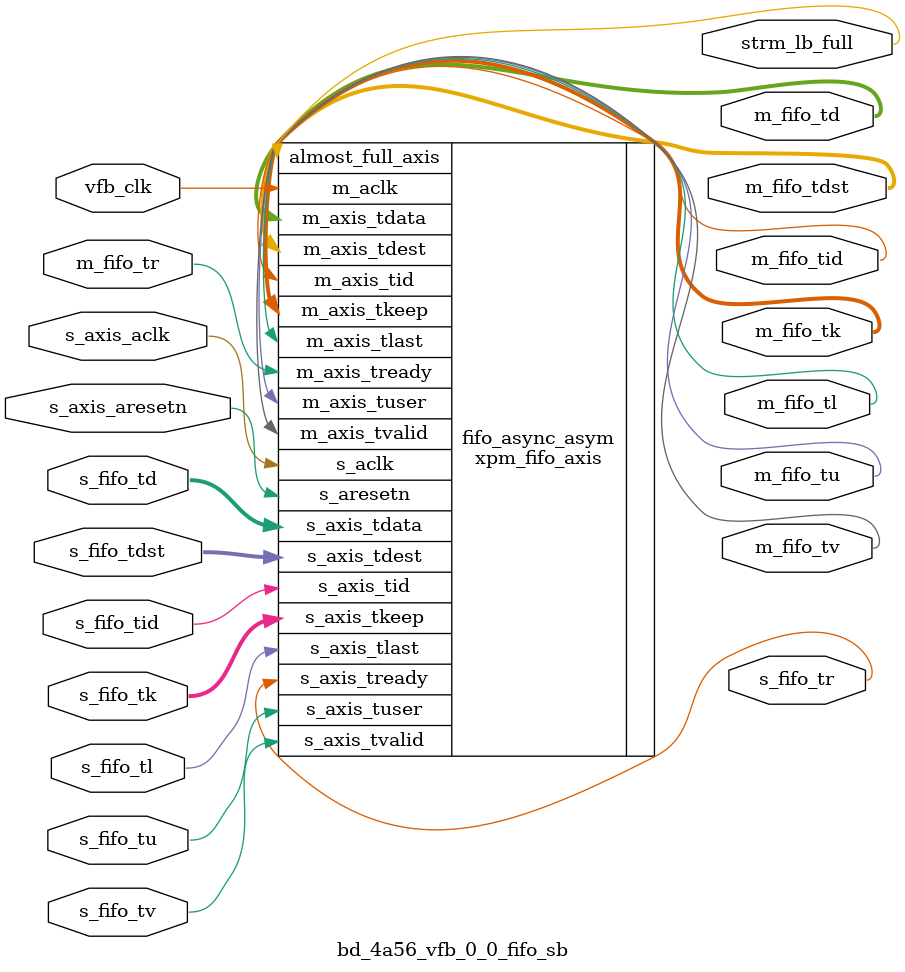
<source format=v>
`timescale 1ps/1ps
module bd_4a56_vfb_0_0_fifo_sb (
  input            s_axis_aclk    ,

  input         s_axis_aresetn ,
  input            vfb_clk        ,
  output    s_fifo_tr      ,
  input     s_fifo_tv      ,
  input      [64-1:0]  s_fifo_td      ,
  input      s_fifo_tid    ,   
  input      [1-1:0]  s_fifo_tu      ,
  input [9:0]      s_fifo_tdst      ,
  input      [8-1:0] s_fifo_tk      ,
  input      s_fifo_tl      ,
  input     m_fifo_tr      ,
  output     m_fifo_tv      ,
  output   [64-1:0]   m_fifo_td      ,
  output      m_fifo_tid    ,   
  output [9:0]    m_fifo_tdst    ,   
  output   [1-1:0]  m_fifo_tu      ,
  output    [8-1:0] m_fifo_tk      ,
  output      m_fifo_tl     , 
  output  strm_lb_full   
);

xpm_fifo_axis#(
      .CLOCKING_MODE("independent_clock"), // String
      .ECC_MODE("no_ecc"),            // String
      .FIFO_DEPTH(4096),              // DECIMAL
      .FIFO_MEMORY_TYPE("block"),      // String
      .PACKET_FIFO("false"),          // String
      .PROG_EMPTY_THRESH(10),         // DECIMAL
      .PROG_FULL_THRESH(4091),          // DECIMAL
      .RD_DATA_COUNT_WIDTH(1),        // DECIMAL
      .RELATED_CLOCKS(0),             // DECIMAL
      .SIM_ASSERT_CHK(0),             // DECIMAL; 0=disable simulation messages, 1=enable simulation messages
      .TDATA_WIDTH(64),               // DECIMAL
      .TDEST_WIDTH(10),                // DECIMAL
      .TID_WIDTH(1),                  // DECIMAL
      .TUSER_WIDTH(1),                // DECIMAL
      .USE_ADV_FEATURES("1008"),      // String
      .WR_DATA_COUNT_WIDTH(1)         // DECIMAL
 ) fifo_async_asym(
  .s_aclk            (s_axis_aclk    ),
  .s_aresetn         (s_axis_aresetn ),
  .m_aclk            (vfb_clk        ),
  .s_axis_tready     (s_fifo_tr      ),
  .s_axis_tvalid     (s_fifo_tv      ),
  .s_axis_tdata      (s_fifo_td      ),
  .s_axis_tid      ( s_fifo_tid      ),
  .s_axis_tuser      (s_fifo_tu      ),
  .s_axis_tdest      (s_fifo_tdst      ),
  .s_axis_tkeep      (s_fifo_tk      ),
  .s_axis_tlast      (s_fifo_tl      ),
  .m_axis_tready     (m_fifo_tr      ),
  .m_axis_tvalid     (m_fifo_tv      ),
  .m_axis_tdata      (m_fifo_td      ),
  .m_axis_tid        (m_fifo_tid      ),
  .m_axis_tdest      (m_fifo_tdst     ),
  .m_axis_tuser      (m_fifo_tu      ),
  .m_axis_tkeep      (m_fifo_tk      ),
  .m_axis_tlast      (m_fifo_tl      ),
  .almost_full_axis  (strm_lb_full   )
);
endmodule

</source>
